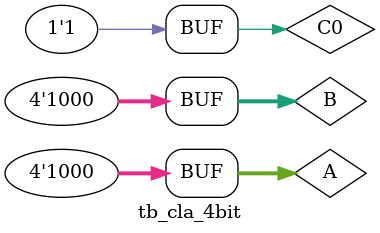
<source format=v>
`timescale 1ns / 1ps

module tb_cla_4bit;
    reg  [3:0] A, B;
    reg  C0;
    wire [3:0] S;
    wire C4;
    wire P_block, G_block;

    // Instantiate 4-bit CLA
    cla_4bit uut (
        .A(A), 
        .B(B), 
        .C0(C0), 
        .S(S), 
        .C4(C4),
        .P_block(P_block),
        .G_block(G_block)
    );

    initial begin
        

        // Test patterns
        C0 = 0; A = 4'd3;  B = 4'd5;  #10;  // 3 + 5 = 8
        C0 = 0; A = 4'd7;  B = 4'd9;  #10;  // 7 + 9 = 16
        C0 = 1; A = 4'd4;  B = 4'd6;  #10;  // 4 + 6 + carry = 11
        C0 = 0; A = 4'd15; B = 4'd1;  #10;  // 15 + 1 = 16
        C0 = 1; A = 4'd8;  B = 4'd8;  #10;  // 8 + 8 + carry = 17

    end
endmodule

</source>
